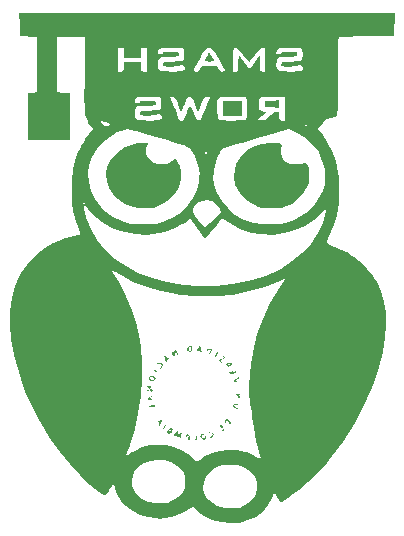
<source format=gbr>
%TF.GenerationSoftware,KiCad,Pcbnew,(6.0.7)*%
%TF.CreationDate,2022-10-20T09:09:35-05:00*%
%TF.ProjectId,ESP32,45535033-322e-46b6-9963-61645f706362,rev?*%
%TF.SameCoordinates,Original*%
%TF.FileFunction,Legend,Bot*%
%TF.FilePolarity,Positive*%
%FSLAX46Y46*%
G04 Gerber Fmt 4.6, Leading zero omitted, Abs format (unit mm)*
G04 Created by KiCad (PCBNEW (6.0.7)) date 2022-10-20 09:09:35*
%MOMM*%
%LPD*%
G01*
G04 APERTURE LIST*
G04 APERTURE END LIST*
%TO.C,G\u002A\u002A\u002A*%
G36*
X121026814Y-117626397D02*
G01*
X120985837Y-117737292D01*
X120834445Y-117762666D01*
X120745645Y-117747960D01*
X120597453Y-117639365D01*
X120535259Y-117476895D01*
X120562388Y-117404829D01*
X120667532Y-117404829D01*
X120668120Y-117559277D01*
X120671627Y-117567920D01*
X120776252Y-117670269D01*
X120894363Y-117646009D01*
X120950502Y-117508666D01*
X120929117Y-117409942D01*
X120837236Y-117339333D01*
X120807746Y-117340328D01*
X120667532Y-117404829D01*
X120562388Y-117404829D01*
X120593241Y-117322870D01*
X120621522Y-117298352D01*
X120787666Y-117256153D01*
X120939163Y-117342667D01*
X121010455Y-117508666D01*
X121019857Y-117530557D01*
X121026814Y-117626397D01*
G37*
G36*
X116486529Y-114107820D02*
G01*
X116354107Y-114167213D01*
X116341226Y-114171296D01*
X116228795Y-114216147D01*
X116248483Y-114262595D01*
X116411417Y-114345200D01*
X116556882Y-114416698D01*
X116574311Y-114440988D01*
X116448161Y-114420412D01*
X116291772Y-114393814D01*
X116129599Y-114377156D01*
X116090846Y-114371805D01*
X116023412Y-114304923D01*
X116023444Y-114303665D01*
X116093129Y-114223793D01*
X116246457Y-114133976D01*
X116409421Y-114070278D01*
X116508016Y-114068766D01*
X116486529Y-114107820D01*
G37*
G36*
X117357832Y-116175166D02*
G01*
X117334402Y-116214741D01*
X117217014Y-116257735D01*
X117178343Y-116256244D01*
X117168934Y-116321235D01*
X117182324Y-116350205D01*
X117170235Y-116492666D01*
X117155225Y-116514991D01*
X117077545Y-116575232D01*
X117052870Y-116513833D01*
X117059537Y-116456824D01*
X117025218Y-116304859D01*
X116894148Y-116289505D01*
X116881343Y-116293151D01*
X116853734Y-116280808D01*
X116957860Y-116205181D01*
X117008513Y-116175551D01*
X117213634Y-116087939D01*
X117340922Y-116086996D01*
X117357832Y-116175166D01*
G37*
G36*
X116164995Y-113557555D02*
G01*
X116178285Y-113583021D01*
X116108362Y-113614000D01*
X116063389Y-113607889D01*
X116051728Y-113557555D01*
X116064179Y-113547422D01*
X116164995Y-113557555D01*
G37*
G36*
X121549281Y-117086728D02*
G01*
X121643170Y-117170802D01*
X121673150Y-117327679D01*
X121621165Y-117477064D01*
X121560304Y-117534500D01*
X121428562Y-117590758D01*
X121401567Y-117570266D01*
X121482000Y-117501571D01*
X121582260Y-117399486D01*
X121542724Y-117250146D01*
X121503462Y-117146019D01*
X121533073Y-117085333D01*
X121549281Y-117086728D01*
G37*
G36*
X118559485Y-110360972D02*
G01*
X118611823Y-110483632D01*
X118650930Y-110615680D01*
X118622191Y-110620021D01*
X118529432Y-110481333D01*
X118408028Y-110269666D01*
X118405017Y-110502500D01*
X118402086Y-110566925D01*
X118357704Y-110712894D01*
X118272620Y-110698934D01*
X118162615Y-110523666D01*
X118117119Y-110376734D01*
X118142750Y-110312000D01*
X118189398Y-110334624D01*
X118258499Y-110460166D01*
X118265732Y-110486612D01*
X118293089Y-110535962D01*
X118307203Y-110422830D01*
X118309354Y-110392505D01*
X118360249Y-110223229D01*
X118452029Y-110210658D01*
X118559485Y-110360972D01*
G37*
G36*
X117664437Y-116492823D02*
G01*
X117664267Y-116555082D01*
X117577712Y-116696041D01*
X117575615Y-116698829D01*
X117461139Y-116832897D01*
X117397961Y-116873619D01*
X117402576Y-116813882D01*
X117475386Y-116681904D01*
X117577911Y-116551595D01*
X117661859Y-116492666D01*
X117664437Y-116492823D01*
G37*
G36*
X123515202Y-111905199D02*
G01*
X123539664Y-111931375D01*
X123570534Y-112028903D01*
X123461523Y-112138033D01*
X123324246Y-112221878D01*
X123146937Y-112243009D01*
X123035829Y-112111166D01*
X123030204Y-112096238D01*
X123012918Y-112012943D01*
X123086205Y-112068833D01*
X123199136Y-112156291D01*
X123281311Y-112153151D01*
X123268051Y-112026500D01*
X123245255Y-111960606D01*
X123258494Y-111924439D01*
X123371572Y-112005333D01*
X123447712Y-112063839D01*
X123501223Y-112077976D01*
X123467395Y-111963000D01*
X123452135Y-111920914D01*
X123440271Y-111845384D01*
X123515202Y-111905199D01*
G37*
G36*
X122866962Y-116033311D02*
G01*
X123008165Y-116138611D01*
X123112138Y-116279551D01*
X123122019Y-116399459D01*
X123098516Y-116432071D01*
X123012601Y-116492666D01*
X123001742Y-116490994D01*
X123016878Y-116436956D01*
X123022762Y-116429754D01*
X123012282Y-116326354D01*
X122922734Y-116209538D01*
X122808997Y-116154000D01*
X122797259Y-116154876D01*
X122737961Y-116224514D01*
X122755546Y-116346343D01*
X122840636Y-116436593D01*
X122878662Y-116464298D01*
X122798161Y-116485982D01*
X122710689Y-116448282D01*
X122650530Y-116312101D01*
X122658391Y-116145371D01*
X122743017Y-116021721D01*
X122745391Y-116020325D01*
X122866962Y-116033311D01*
G37*
G36*
X122030564Y-110344253D02*
G01*
X122022186Y-110441133D01*
X121936974Y-110605691D01*
X121853281Y-110724492D01*
X121765216Y-110812488D01*
X121759329Y-110755118D01*
X121846558Y-110558131D01*
X121865760Y-110522455D01*
X121964889Y-110377712D01*
X122030146Y-110343822D01*
X122030564Y-110344253D01*
G37*
G36*
X123644158Y-114726571D02*
G01*
X123838796Y-114805766D01*
X123878710Y-114837704D01*
X123859157Y-114864370D01*
X123690134Y-114840076D01*
X123548668Y-114824851D01*
X123422537Y-114862447D01*
X123445076Y-114949915D01*
X123626422Y-115053333D01*
X123769173Y-115120522D01*
X123838796Y-115183943D01*
X123802005Y-115203163D01*
X123669203Y-115181357D01*
X123505476Y-115123210D01*
X123381530Y-115049508D01*
X123373900Y-115041889D01*
X123340152Y-114908605D01*
X123415242Y-114775594D01*
X123560043Y-114715963D01*
X123644158Y-114726571D01*
G37*
G36*
X124093646Y-90330666D02*
G01*
X122479599Y-90330666D01*
X122479599Y-89060666D01*
X124093646Y-89060666D01*
X124093646Y-90330666D01*
G37*
G36*
X117239075Y-111276798D02*
G01*
X117352304Y-111371411D01*
X117362340Y-111459221D01*
X117296761Y-111625411D01*
X117231890Y-111694812D01*
X117149431Y-111751333D01*
X117143718Y-111729009D01*
X117209621Y-111628042D01*
X117225430Y-111607770D01*
X117270149Y-111457297D01*
X117179671Y-111365439D01*
X116983949Y-111366866D01*
X116847229Y-111384019D01*
X116828331Y-111331393D01*
X116881831Y-111283056D01*
X117053087Y-111245119D01*
X117239075Y-111276798D01*
G37*
G36*
X122546820Y-110701588D02*
G01*
X122607488Y-110794854D01*
X122555976Y-110906384D01*
X122410928Y-110974702D01*
X122343000Y-110986166D01*
X122265332Y-111034439D01*
X122325978Y-111144036D01*
X122369336Y-111200303D01*
X122388954Y-111242531D01*
X122288462Y-111169466D01*
X122158821Y-111032338D01*
X122177031Y-110938112D01*
X122352174Y-110904666D01*
X122508708Y-110874762D01*
X122565043Y-110796186D01*
X122477475Y-110706405D01*
X122449347Y-110688765D01*
X122498713Y-110685238D01*
X122546820Y-110701588D01*
G37*
G36*
X123838796Y-112501740D02*
G01*
X123823818Y-112544115D01*
X123711372Y-112628617D01*
X123600435Y-112706469D01*
X123615355Y-112805761D01*
X123775084Y-112876914D01*
X123839114Y-112889729D01*
X123898248Y-112910512D01*
X123796322Y-112919185D01*
X123693384Y-112914173D01*
X123473952Y-112864776D01*
X123473271Y-112864508D01*
X123391107Y-112813440D01*
X123421710Y-112741849D01*
X123580140Y-112614192D01*
X123633996Y-112576223D01*
X123780137Y-112495551D01*
X123838796Y-112501740D01*
G37*
G36*
X116547657Y-112828847D02*
G01*
X116370004Y-112825652D01*
X116237262Y-112724259D01*
X116212185Y-112575861D01*
X116294245Y-112575861D01*
X116357940Y-112687708D01*
X116503017Y-112756724D01*
X116642704Y-112714550D01*
X116655151Y-112697407D01*
X116637466Y-112588192D01*
X116530985Y-112478569D01*
X116389056Y-112428666D01*
X116325038Y-112451260D01*
X116294245Y-112575861D01*
X116212185Y-112575861D01*
X116207058Y-112545521D01*
X116225207Y-112491884D01*
X116354108Y-112381624D01*
X116536248Y-112369469D01*
X116699608Y-112466914D01*
X116765432Y-112590661D01*
X116715831Y-112697407D01*
X116703010Y-112725000D01*
X116547657Y-112828847D01*
G37*
G36*
X115645212Y-92616678D02*
G01*
X115951491Y-92628249D01*
X116109706Y-92670565D01*
X116140093Y-92756924D01*
X116062888Y-92900627D01*
X116050321Y-92920155D01*
X115970920Y-93137541D01*
X115938462Y-93400784D01*
X115941572Y-93465069D01*
X116047261Y-93798106D01*
X116274017Y-94101835D01*
X116582030Y-94334083D01*
X116931487Y-94452678D01*
X117273791Y-94472700D01*
X117751311Y-94392936D01*
X118135683Y-94179631D01*
X118179662Y-94143384D01*
X118342691Y-94020817D01*
X118433781Y-93971333D01*
X118460959Y-93991606D01*
X118553692Y-94121270D01*
X118674504Y-94331166D01*
X118791680Y-94641906D01*
X118870187Y-95113427D01*
X118876169Y-95624081D01*
X118809727Y-96111004D01*
X118670963Y-96511333D01*
X118495706Y-96806422D01*
X118032446Y-97346011D01*
X117446703Y-97775118D01*
X116750105Y-98084224D01*
X116513882Y-98135855D01*
X116115130Y-98172519D01*
X115641138Y-98176767D01*
X115640872Y-98176760D01*
X115226753Y-98156561D01*
X114913885Y-98112659D01*
X114633908Y-98030523D01*
X114318458Y-97895621D01*
X114153216Y-97813341D01*
X113577833Y-97427799D01*
X113131478Y-96962911D01*
X112816391Y-96439222D01*
X112634811Y-95877273D01*
X112588978Y-95297607D01*
X112681132Y-94720768D01*
X112913512Y-94167299D01*
X113288358Y-93657741D01*
X113807910Y-93212638D01*
X114206974Y-92990360D01*
X114695839Y-92798195D01*
X115194079Y-92665909D01*
X115630844Y-92616666D01*
X115645212Y-92616678D01*
G37*
G36*
X116405686Y-113355890D02*
G01*
X116346082Y-113359869D01*
X116286173Y-113383424D01*
X116384449Y-113451448D01*
X116468382Y-113514317D01*
X116533111Y-113618207D01*
X116516935Y-113656622D01*
X116400673Y-113698666D01*
X116339773Y-113687453D01*
X116317144Y-113619793D01*
X116300226Y-113531253D01*
X116178620Y-113410073D01*
X116093569Y-113341354D01*
X116081083Y-113317666D01*
X116193311Y-113317666D01*
X116235786Y-113360000D01*
X116278261Y-113317666D01*
X116235786Y-113275333D01*
X116193311Y-113317666D01*
X116081083Y-113317666D01*
X116042344Y-113244171D01*
X116129382Y-113211286D01*
X116336664Y-113259829D01*
X116429587Y-113295706D01*
X116461856Y-113317666D01*
X116492662Y-113338630D01*
X116405686Y-113355890D01*
G37*
G36*
X118625065Y-117027562D02*
G01*
X118656857Y-117180366D01*
X118657634Y-117224057D01*
X118687154Y-117309615D01*
X118786334Y-117252968D01*
X118803730Y-117238865D01*
X118919518Y-117177024D01*
X118958698Y-117248681D01*
X118929662Y-117466333D01*
X118918316Y-117518227D01*
X118877904Y-117625636D01*
X118845116Y-117567670D01*
X118795555Y-117466201D01*
X118692234Y-117514537D01*
X118662087Y-117537977D01*
X118589808Y-117550555D01*
X118571907Y-117418184D01*
X118569555Y-117311424D01*
X118540167Y-117276042D01*
X118447184Y-117386651D01*
X118409054Y-117434542D01*
X118332896Y-117497252D01*
X118334476Y-117421184D01*
X118415643Y-117216317D01*
X118438123Y-117169982D01*
X118544666Y-117025217D01*
X118625065Y-117027562D01*
G37*
G36*
X117985593Y-110946802D02*
G01*
X117948159Y-110954554D01*
X117820885Y-110955461D01*
X117741736Y-111094149D01*
X117736611Y-111113423D01*
X117699152Y-111209930D01*
X117654028Y-111176989D01*
X117575421Y-110999983D01*
X117526325Y-110862333D01*
X117637459Y-110862333D01*
X117679934Y-110904666D01*
X117722408Y-110862333D01*
X117679934Y-110820000D01*
X117637459Y-110862333D01*
X117526325Y-110862333D01*
X117511107Y-110819667D01*
X117507671Y-110690951D01*
X117609465Y-110692260D01*
X117825034Y-110817341D01*
X117889105Y-110862333D01*
X117897561Y-110868271D01*
X117985593Y-110946802D01*
G37*
G36*
X116674722Y-111863278D02*
G01*
X116835436Y-111960307D01*
X116923922Y-112043630D01*
X116915385Y-112084614D01*
X116826251Y-112057336D01*
X116665537Y-111960307D01*
X116577051Y-111876983D01*
X116585588Y-111836000D01*
X116674722Y-111863278D01*
G37*
G36*
X121346935Y-117113555D02*
G01*
X121360225Y-117139021D01*
X121290301Y-117170000D01*
X121245329Y-117163889D01*
X121233668Y-117113555D01*
X121246119Y-117103422D01*
X121346935Y-117113555D01*
G37*
G36*
X127052567Y-92625920D02*
G01*
X127282996Y-92664270D01*
X127400710Y-92752025D01*
X127428180Y-92900876D01*
X127387872Y-93122512D01*
X127355553Y-93276162D01*
X127360504Y-93512010D01*
X127461226Y-93770823D01*
X127584088Y-93983106D01*
X127839320Y-94248590D01*
X128174104Y-94393228D01*
X128623298Y-94437000D01*
X128866532Y-94430427D01*
X129150223Y-94405894D01*
X129334124Y-94369431D01*
X129387211Y-94354487D01*
X129530909Y-94380917D01*
X129636359Y-94532813D01*
X129710316Y-94824480D01*
X129759536Y-95270225D01*
X129773919Y-95521230D01*
X129764859Y-95810577D01*
X129708179Y-96061846D01*
X129591868Y-96352586D01*
X129345252Y-96802798D01*
X128885833Y-97350874D01*
X128310950Y-97783699D01*
X127637240Y-98086514D01*
X127440862Y-98132780D01*
X127013725Y-98175641D01*
X126472241Y-98178955D01*
X126082987Y-98160575D01*
X125745743Y-98120072D01*
X125464715Y-98047685D01*
X125179469Y-97931862D01*
X124859130Y-97759093D01*
X124354056Y-97380984D01*
X123925238Y-96928529D01*
X123619198Y-96446027D01*
X123517362Y-96214138D01*
X123445655Y-95969698D01*
X123420204Y-95700383D01*
X123428753Y-95334659D01*
X123458682Y-95005341D01*
X123599765Y-94445009D01*
X123867705Y-93956704D01*
X124283486Y-93495270D01*
X124652948Y-93190766D01*
X125172576Y-92896218D01*
X125758274Y-92716492D01*
X126451312Y-92635215D01*
X126686955Y-92625285D01*
X127052567Y-92625920D01*
G37*
G36*
X123103742Y-111511629D02*
G01*
X123042782Y-111571220D01*
X122920054Y-111652664D01*
X122844764Y-111660618D01*
X122861873Y-111582000D01*
X122848626Y-111524607D01*
X122718225Y-111487511D01*
X122689341Y-111485873D01*
X122598479Y-111469501D01*
X122670736Y-111438970D01*
X122749423Y-111406503D01*
X122769921Y-111381688D01*
X122919375Y-111381688D01*
X122989298Y-111412666D01*
X123034270Y-111406556D01*
X123045931Y-111356222D01*
X123033480Y-111346089D01*
X122932665Y-111356222D01*
X122919375Y-111381688D01*
X122769921Y-111381688D01*
X122819398Y-111321791D01*
X122823012Y-111304818D01*
X122914618Y-111252693D01*
X123065160Y-111249356D01*
X123187700Y-111299962D01*
X123189783Y-111356222D01*
X123190466Y-111374682D01*
X123103742Y-111511629D01*
G37*
G36*
X123761918Y-113877821D02*
G01*
X123814122Y-113880420D01*
X123927985Y-113899775D01*
X123896097Y-113927593D01*
X123813281Y-113953423D01*
X123790359Y-114007920D01*
X123888026Y-114129438D01*
X123903494Y-114146533D01*
X123978339Y-114245675D01*
X123934215Y-114281636D01*
X123745775Y-114281511D01*
X123693571Y-114278912D01*
X123579709Y-114259557D01*
X123611596Y-114231739D01*
X123694412Y-114205910D01*
X123717334Y-114151412D01*
X123619667Y-114029894D01*
X123604199Y-114012800D01*
X123529354Y-113913658D01*
X123573478Y-113877697D01*
X123761918Y-113877821D01*
G37*
G36*
X122353122Y-116524525D02*
G01*
X122478204Y-116660508D01*
X122488396Y-116674117D01*
X122582077Y-116852497D01*
X122546462Y-116980054D01*
X122492643Y-117029239D01*
X122406242Y-117040442D01*
X122399448Y-117001998D01*
X122482059Y-116912692D01*
X122527383Y-116876461D01*
X122517502Y-116822373D01*
X122373412Y-116821307D01*
X122349786Y-116816480D01*
X122330937Y-116725500D01*
X122324168Y-116675913D01*
X122224750Y-116646880D01*
X122213843Y-116649147D01*
X122142723Y-116646089D01*
X122208099Y-116562214D01*
X122259719Y-116519630D01*
X122353122Y-116524525D01*
G37*
G36*
X121514947Y-85340170D02*
G01*
X121579621Y-85455467D01*
X121676801Y-85638108D01*
X121715051Y-85724975D01*
X121685607Y-85737227D01*
X121530671Y-85752641D01*
X121287313Y-85758666D01*
X121076636Y-85754743D01*
X120947481Y-85723919D01*
X120926338Y-85637524D01*
X121008277Y-85466894D01*
X121188367Y-85183361D01*
X121314844Y-84989057D01*
X121514947Y-85340170D01*
G37*
G36*
X132188190Y-89311709D02*
G01*
X132174602Y-89608772D01*
X132121405Y-90368545D01*
X131569231Y-90531267D01*
X131287617Y-90622665D01*
X131079219Y-90706169D01*
X130989673Y-90763540D01*
X130976472Y-90790176D01*
X130888933Y-90934531D01*
X130829335Y-91024869D01*
X130758334Y-91132490D01*
X130755281Y-91137118D01*
X130548273Y-91441144D01*
X130921177Y-91965405D01*
X131293724Y-92531935D01*
X131713452Y-93346515D01*
X132011567Y-94203398D01*
X132209909Y-95156666D01*
X132254208Y-95521233D01*
X132280758Y-95739736D01*
X132321304Y-96800138D01*
X132253209Y-97843550D01*
X132177922Y-98278397D01*
X132080962Y-98838422D01*
X131809050Y-99753203D01*
X131441959Y-100556343D01*
X131343004Y-100754685D01*
X131277705Y-101017422D01*
X131346446Y-101191802D01*
X131551038Y-101290002D01*
X131686867Y-101336135D01*
X131951710Y-101446162D01*
X132292152Y-101599668D01*
X132667332Y-101778762D01*
X132710005Y-101799757D01*
X133098550Y-102000150D01*
X133412255Y-102188376D01*
X133698348Y-102398847D01*
X134004061Y-102665976D01*
X134376623Y-103024176D01*
X134686715Y-103335653D01*
X134975983Y-103650535D01*
X135195086Y-103930735D01*
X135271097Y-104051371D01*
X135376181Y-104218147D01*
X135551427Y-104554666D01*
X135824874Y-105184092D01*
X136105006Y-106096901D01*
X136262679Y-107054129D01*
X136298150Y-108070630D01*
X136211676Y-109161261D01*
X136003515Y-110340877D01*
X135673923Y-111624333D01*
X135236795Y-112959201D01*
X134510402Y-114706620D01*
X133631334Y-116385454D01*
X132604842Y-117985944D01*
X131436178Y-119498333D01*
X131249032Y-119718000D01*
X130705173Y-120329855D01*
X130185068Y-120866689D01*
X129637370Y-121379776D01*
X129058465Y-121879212D01*
X129010736Y-121920389D01*
X128891997Y-122019015D01*
X128418555Y-122397184D01*
X128009313Y-122699427D01*
X127679211Y-122915775D01*
X127443191Y-123036261D01*
X127316193Y-123050917D01*
X127279615Y-123016371D01*
X127171707Y-122854681D01*
X127054845Y-122623580D01*
X127038664Y-122587416D01*
X126907197Y-122328220D01*
X126811954Y-122226734D01*
X126742094Y-122278726D01*
X126686776Y-122479969D01*
X126662425Y-122576422D01*
X126519742Y-122909910D01*
X126296711Y-123283129D01*
X126028111Y-123642200D01*
X125748721Y-123933241D01*
X125618379Y-124036524D01*
X125226430Y-124281362D01*
X124762795Y-124509209D01*
X124294510Y-124689176D01*
X123888613Y-124790371D01*
X123150259Y-124848616D01*
X122318276Y-124785976D01*
X121551203Y-124584541D01*
X120865639Y-124248939D01*
X120278186Y-123783799D01*
X120084275Y-123598207D01*
X119940753Y-123491946D01*
X119834953Y-123473858D01*
X119726012Y-123524773D01*
X119154605Y-123867807D01*
X118597572Y-124143797D01*
X118081152Y-124323849D01*
X117564871Y-124421761D01*
X117008259Y-124451333D01*
X116848282Y-124448029D01*
X116131342Y-124353396D01*
X115449316Y-124139936D01*
X114824415Y-123823444D01*
X114278849Y-123419712D01*
X113834829Y-122944535D01*
X113514563Y-122413705D01*
X113340262Y-121843017D01*
X113323292Y-121751268D01*
X113269760Y-121562946D01*
X113217282Y-121488000D01*
X113171175Y-121521978D01*
X113058356Y-121668036D01*
X112919025Y-121890166D01*
X112796076Y-122102229D01*
X112634954Y-122354459D01*
X112503789Y-122478856D01*
X112366677Y-122486546D01*
X112187714Y-122388651D01*
X111930996Y-122196298D01*
X111219642Y-121607657D01*
X110842154Y-121248453D01*
X114734974Y-121248453D01*
X114786945Y-121715441D01*
X114993913Y-122178156D01*
X115277783Y-122543994D01*
X115625594Y-122818557D01*
X116088843Y-123040305D01*
X116245527Y-123087718D01*
X116625886Y-123149103D01*
X117061391Y-123173724D01*
X117479559Y-123158968D01*
X117807908Y-123102225D01*
X117930802Y-123061227D01*
X118412142Y-122813735D01*
X118866529Y-122424989D01*
X118911534Y-122378361D01*
X119073754Y-122192493D01*
X119165844Y-122022913D01*
X119206767Y-121832990D01*
X120776618Y-121832990D01*
X120861761Y-122282395D01*
X120877568Y-122320150D01*
X121051589Y-122596638D01*
X121316489Y-122897798D01*
X121622944Y-123172952D01*
X121921630Y-123371416D01*
X121951649Y-123385983D01*
X122271077Y-123486044D01*
X122687638Y-123553855D01*
X123138596Y-123584773D01*
X123561217Y-123574153D01*
X123892764Y-123517350D01*
X124184295Y-123396907D01*
X124584173Y-123145519D01*
X124932614Y-122835380D01*
X125171914Y-122511849D01*
X125236662Y-122375831D01*
X125365756Y-121879212D01*
X125334542Y-121391956D01*
X125149964Y-120933705D01*
X124818967Y-120524103D01*
X124348495Y-120182790D01*
X124160987Y-120082236D01*
X123955501Y-119995445D01*
X123741791Y-119947145D01*
X123465995Y-119926305D01*
X123074248Y-119921900D01*
X123049775Y-119921922D01*
X122640933Y-119930013D01*
X122350209Y-119958013D01*
X122128681Y-120013732D01*
X121927425Y-120104981D01*
X121814993Y-120169281D01*
X121375394Y-120510286D01*
X121046853Y-120919517D01*
X120842788Y-121369558D01*
X120838413Y-121400202D01*
X120776618Y-121832990D01*
X119206767Y-121832990D01*
X119212205Y-121807754D01*
X119237239Y-121485153D01*
X119241477Y-121400202D01*
X119232432Y-120964482D01*
X119148666Y-120628611D01*
X118969432Y-120339515D01*
X118673985Y-120044118D01*
X118597257Y-119979597D01*
X118074837Y-119664414D01*
X117472119Y-119496799D01*
X116785929Y-119475797D01*
X116339156Y-119544491D01*
X115813678Y-119734957D01*
X115377352Y-120020445D01*
X115043347Y-120381096D01*
X114824831Y-120797052D01*
X114734974Y-121248453D01*
X110842154Y-121248453D01*
X110340999Y-120771571D01*
X109471137Y-119830670D01*
X108639384Y-118817015D01*
X107875071Y-117762666D01*
X107356145Y-116965219D01*
X106775698Y-115968318D01*
X106268902Y-114955048D01*
X105810711Y-113874422D01*
X105376081Y-112675455D01*
X105161136Y-112010774D01*
X104773323Y-110583437D01*
X104519518Y-109250453D01*
X104399300Y-108005621D01*
X104412245Y-106842738D01*
X104557933Y-105755599D01*
X104835941Y-104738003D01*
X104840116Y-104726085D01*
X105157915Y-103980656D01*
X105471359Y-103468318D01*
X113092990Y-103468318D01*
X113099718Y-103497231D01*
X113172875Y-103642045D01*
X113308665Y-103878444D01*
X113488706Y-104173666D01*
X113642358Y-104426860D01*
X114201873Y-105480564D01*
X114694596Y-106617799D01*
X115096399Y-107778346D01*
X115383156Y-108901987D01*
X115544465Y-109919301D01*
X115640260Y-111239034D01*
X115630330Y-112627978D01*
X115517434Y-114053756D01*
X115304329Y-115483993D01*
X114993775Y-116886310D01*
X114588530Y-118228333D01*
X114554866Y-118324870D01*
X114438932Y-118651068D01*
X114341179Y-118917189D01*
X114279911Y-119073129D01*
X114268385Y-119103497D01*
X114285902Y-119145013D01*
X114401614Y-119089270D01*
X114631042Y-118929936D01*
X115004540Y-118697566D01*
X115632836Y-118427030D01*
X116311076Y-118249674D01*
X116974677Y-118186000D01*
X117600087Y-118234208D01*
X118288608Y-118390266D01*
X118934525Y-118638865D01*
X119497434Y-118964125D01*
X119936930Y-119350166D01*
X120002926Y-119421734D01*
X120155248Y-119564092D01*
X120247071Y-119616614D01*
X120313977Y-119585942D01*
X120488357Y-119479954D01*
X120717941Y-119325972D01*
X120956106Y-119170674D01*
X121537375Y-118884725D01*
X122170632Y-118709495D01*
X122904889Y-118629373D01*
X123063201Y-118622565D01*
X123438757Y-118617911D01*
X123738042Y-118642788D01*
X124030117Y-118705910D01*
X124384047Y-118815991D01*
X124456524Y-118840730D01*
X124800594Y-118970460D01*
X125097117Y-119100484D01*
X125288594Y-119206010D01*
X125408855Y-119286378D01*
X125587220Y-119367397D01*
X125656182Y-119321372D01*
X125618240Y-119147861D01*
X125613270Y-119134676D01*
X125511529Y-118813067D01*
X125396016Y-118369380D01*
X125276148Y-117846856D01*
X125161345Y-117288735D01*
X125061023Y-116738259D01*
X124984601Y-116238666D01*
X124941143Y-115917956D01*
X124877348Y-115461557D01*
X124817891Y-115050963D01*
X124771500Y-114747238D01*
X124750950Y-114604326D01*
X124700656Y-113927652D01*
X124702945Y-113138561D01*
X124753995Y-112274867D01*
X124849986Y-111374383D01*
X124987097Y-110474924D01*
X125161506Y-109614302D01*
X125369393Y-108830333D01*
X125836347Y-107526685D01*
X126481179Y-106173241D01*
X127285211Y-104845337D01*
X127817824Y-104051371D01*
X127251220Y-104334508D01*
X127070799Y-104421420D01*
X126263627Y-104750432D01*
X125337348Y-105046957D01*
X124331751Y-105299341D01*
X123286623Y-105495928D01*
X122925771Y-105537603D01*
X122395863Y-105572112D01*
X121775595Y-105593393D01*
X121106838Y-105601408D01*
X120431458Y-105596117D01*
X119791326Y-105577484D01*
X119228311Y-105545470D01*
X118784281Y-105500037D01*
X118575629Y-105469303D01*
X117252671Y-105208860D01*
X116003219Y-104849081D01*
X114853868Y-104398735D01*
X113831211Y-103866593D01*
X113635275Y-103750775D01*
X113364037Y-103597050D01*
X113172438Y-103497051D01*
X113092990Y-103468318D01*
X105471359Y-103468318D01*
X105573924Y-103300672D01*
X106121213Y-102631945D01*
X106705912Y-102056231D01*
X107354060Y-101563609D01*
X108103885Y-101135299D01*
X108330949Y-101029095D01*
X108714133Y-100872603D01*
X109125768Y-100724588D01*
X109528871Y-100596548D01*
X109886454Y-100499981D01*
X110161532Y-100446385D01*
X110317119Y-100447258D01*
X110325156Y-100450330D01*
X110377442Y-100465495D01*
X110401213Y-100445303D01*
X110390469Y-100365030D01*
X110339204Y-100199956D01*
X110241416Y-99925357D01*
X110091102Y-99516513D01*
X109910526Y-98968617D01*
X109774557Y-98388901D01*
X109693775Y-97776902D01*
X109691176Y-97719686D01*
X110623288Y-97719686D01*
X110655948Y-97934404D01*
X110716309Y-98229762D01*
X110795030Y-98563625D01*
X110882768Y-98893860D01*
X110970178Y-99178333D01*
X111280364Y-99939157D01*
X111813594Y-100859447D01*
X112486898Y-101693562D01*
X113294648Y-102437721D01*
X114231216Y-103088142D01*
X115290975Y-103641043D01*
X116468296Y-104092643D01*
X117757551Y-104439160D01*
X119153112Y-104676812D01*
X120438706Y-104780302D01*
X121846826Y-104766472D01*
X123237099Y-104624896D01*
X124581882Y-104359790D01*
X125853534Y-103975374D01*
X127024415Y-103475864D01*
X127370662Y-103293609D01*
X128332471Y-102679463D01*
X129180698Y-101968743D01*
X129902683Y-101174735D01*
X130485769Y-100310725D01*
X130917297Y-99390000D01*
X131017907Y-99100956D01*
X131119030Y-98761969D01*
X131186963Y-98475974D01*
X131213537Y-98278397D01*
X131190585Y-98204666D01*
X131150694Y-98229265D01*
X131021435Y-98348883D01*
X130845115Y-98534437D01*
X130206847Y-99134173D01*
X129427397Y-99657789D01*
X128575219Y-100048567D01*
X127670172Y-100304126D01*
X126732117Y-100422081D01*
X125780913Y-100400050D01*
X124836421Y-100235648D01*
X123918502Y-99926494D01*
X123047015Y-99470204D01*
X122889122Y-99371250D01*
X122622029Y-99206959D01*
X122430888Y-99093599D01*
X122349283Y-99051333D01*
X122347158Y-99052172D01*
X122276177Y-99129218D01*
X122126158Y-99313317D01*
X121917594Y-99578825D01*
X121670979Y-99900101D01*
X121640917Y-99939483D01*
X121393015Y-100250322D01*
X121178633Y-100495810D01*
X121019818Y-100652016D01*
X120938616Y-100695012D01*
X120863668Y-100617900D01*
X120708501Y-100430202D01*
X120498695Y-100162387D01*
X120257696Y-99843768D01*
X119664209Y-99046382D01*
X119402311Y-99266021D01*
X119230914Y-99393036D01*
X118858394Y-99617598D01*
X118414294Y-99843933D01*
X117954989Y-100044111D01*
X117536853Y-100190205D01*
X117023475Y-100314020D01*
X116063961Y-100424856D01*
X115094388Y-100392662D01*
X114145696Y-100221740D01*
X113248825Y-99916391D01*
X112434716Y-99480917D01*
X112211379Y-99325970D01*
X111768244Y-98970721D01*
X111360692Y-98585588D01*
X111026476Y-98207750D01*
X110803349Y-97874386D01*
X110777353Y-97825778D01*
X110681650Y-97673627D01*
X110626551Y-97628648D01*
X110623288Y-97719686D01*
X109691176Y-97719686D01*
X109662494Y-97088376D01*
X109675026Y-96279079D01*
X109718568Y-95534862D01*
X109752099Y-95261772D01*
X111039877Y-95261772D01*
X111080393Y-95991651D01*
X111267956Y-96711201D01*
X111605717Y-97401892D01*
X112096826Y-98045196D01*
X112580669Y-98505334D01*
X113190146Y-98927954D01*
X113910723Y-99274453D01*
X114165243Y-99368414D01*
X114415165Y-99434886D01*
X114700388Y-99478719D01*
X115065775Y-99506767D01*
X115556188Y-99525887D01*
X115949678Y-99533882D01*
X116437109Y-99526705D01*
X116810948Y-99494182D01*
X117104440Y-99434348D01*
X117523674Y-99298139D01*
X118287009Y-98941603D01*
X118950945Y-98484070D01*
X119014749Y-98421818D01*
X119884722Y-98421818D01*
X119895867Y-98539283D01*
X119967678Y-98677300D01*
X120117093Y-98871613D01*
X120361047Y-99157967D01*
X120496612Y-99313798D01*
X120709833Y-99552668D01*
X120867017Y-99720620D01*
X120941312Y-99788478D01*
X120995578Y-99758904D01*
X121151670Y-99633731D01*
X121380244Y-99432367D01*
X121653974Y-99178212D01*
X122314971Y-98550468D01*
X122195859Y-98271734D01*
X122115898Y-98114875D01*
X121849757Y-97802867D01*
X121513281Y-97600706D01*
X121139456Y-97508721D01*
X120761268Y-97527241D01*
X120411705Y-97656595D01*
X120123754Y-97897114D01*
X119930401Y-98249124D01*
X119917305Y-98289160D01*
X119884722Y-98421818D01*
X119014749Y-98421818D01*
X119506951Y-97941592D01*
X119946493Y-97330220D01*
X120261039Y-96666006D01*
X120442056Y-95964999D01*
X120465369Y-95533070D01*
X121657070Y-95533070D01*
X121707499Y-96094076D01*
X121710962Y-96110524D01*
X121957519Y-96872276D01*
X122351110Y-97572069D01*
X122875449Y-98193752D01*
X123307494Y-98550468D01*
X123514253Y-98721178D01*
X124251235Y-99138196D01*
X125070112Y-99428657D01*
X125204302Y-99458853D01*
X125674113Y-99521454D01*
X126224312Y-99549240D01*
X126793217Y-99542303D01*
X127319143Y-99500735D01*
X127740405Y-99424631D01*
X128274713Y-99248105D01*
X129037694Y-98868815D01*
X129712979Y-98374021D01*
X130276838Y-97782230D01*
X130705542Y-97111951D01*
X130894142Y-96693837D01*
X131065564Y-96112943D01*
X131117171Y-95521233D01*
X131058827Y-94855699D01*
X130886716Y-94165952D01*
X130549877Y-93452255D01*
X130071982Y-92813561D01*
X129464966Y-92265482D01*
X128740762Y-91823627D01*
X128082283Y-91499351D01*
X126873751Y-91841608D01*
X126571040Y-91927082D01*
X125995195Y-92088828D01*
X125351410Y-92268863D01*
X124698373Y-92450786D01*
X124094775Y-92618198D01*
X124071283Y-92624702D01*
X123577067Y-92764560D01*
X123137343Y-92894505D01*
X122779503Y-93006013D01*
X122530939Y-93090560D01*
X122419043Y-93139622D01*
X122416794Y-93141554D01*
X122327480Y-93263253D01*
X122197392Y-93490231D01*
X122187092Y-93510663D01*
X122053869Y-93774928D01*
X121862026Y-94268202D01*
X121711502Y-94904878D01*
X121682182Y-95243252D01*
X121657070Y-95533070D01*
X120465369Y-95533070D01*
X120481012Y-95243252D01*
X120369375Y-94516816D01*
X120098612Y-93801742D01*
X120070449Y-93745725D01*
X119927292Y-93474556D01*
X119916593Y-93458336D01*
X120950502Y-93458336D01*
X120953743Y-93482090D01*
X121035452Y-93590333D01*
X121079219Y-93598298D01*
X121120402Y-93510663D01*
X121110005Y-93447582D01*
X121035452Y-93378666D01*
X121015297Y-93380947D01*
X120950502Y-93458336D01*
X119916593Y-93458336D01*
X119791762Y-93269079D01*
X119635391Y-93110491D01*
X119429709Y-92979988D01*
X119146247Y-92858768D01*
X118756536Y-92728028D01*
X118232107Y-92568963D01*
X117949929Y-92484886D01*
X117516514Y-92356391D01*
X117150017Y-92248522D01*
X116882365Y-92170660D01*
X116745485Y-92132186D01*
X116728398Y-92127655D01*
X116557314Y-92079426D01*
X116266776Y-91995441D01*
X115892759Y-91886150D01*
X115471238Y-91762006D01*
X115109042Y-91656558D01*
X114706516Y-91553754D01*
X114391289Y-91508543D01*
X114119526Y-91525155D01*
X113847390Y-91607820D01*
X113531045Y-91760766D01*
X113126654Y-91988224D01*
X112932750Y-92105946D01*
X112285283Y-92609539D01*
X111769112Y-93195447D01*
X111387387Y-93845141D01*
X111143259Y-94540092D01*
X111039877Y-95261772D01*
X109752099Y-95261772D01*
X109805823Y-94824220D01*
X109943782Y-94193820D01*
X110142633Y-93598261D01*
X110412562Y-92992146D01*
X110447495Y-92922612D01*
X110659606Y-92537417D01*
X110891900Y-92162465D01*
X111100041Y-91870115D01*
X111450890Y-91430937D01*
X111231131Y-91170639D01*
X111188885Y-91118758D01*
X111062128Y-90934768D01*
X111011347Y-90812207D01*
X112119677Y-90812207D01*
X112162249Y-90901466D01*
X112285934Y-91050667D01*
X112364285Y-91132867D01*
X112490579Y-91234985D01*
X112608522Y-91232983D01*
X112719043Y-91177333D01*
X129403010Y-91177333D01*
X129420421Y-91202948D01*
X129487960Y-91262000D01*
X129500248Y-91258015D01*
X129572910Y-91177333D01*
X129579714Y-91132490D01*
X129487960Y-91092666D01*
X129423183Y-91105604D01*
X129403010Y-91177333D01*
X112719043Y-91177333D01*
X112793044Y-91140072D01*
X112902517Y-91074699D01*
X112923837Y-91024869D01*
X112823445Y-90974282D01*
X112580669Y-90899525D01*
X112420474Y-90855375D01*
X112216997Y-90810855D01*
X112122464Y-90807119D01*
X112119677Y-90812207D01*
X111011347Y-90812207D01*
X111010848Y-90811003D01*
X111010451Y-90803397D01*
X110964025Y-90657926D01*
X110864043Y-90457666D01*
X110837126Y-90405241D01*
X110804939Y-90313892D01*
X110787141Y-90225563D01*
X115004531Y-90225563D01*
X115031935Y-90485210D01*
X115105954Y-90652400D01*
X115123867Y-90665704D01*
X115306715Y-90714459D01*
X115652778Y-90744040D01*
X116157425Y-90754000D01*
X116346024Y-90753053D01*
X116769530Y-90737913D01*
X117053197Y-90698319D01*
X117218766Y-90626580D01*
X117287977Y-90515005D01*
X117282569Y-90355900D01*
X117281809Y-90352247D01*
X117202769Y-90245880D01*
X117063894Y-90179191D01*
X116931751Y-90170996D01*
X116872910Y-90240111D01*
X116872482Y-90244051D01*
X116779045Y-90290855D01*
X116533250Y-90320384D01*
X116150837Y-90330666D01*
X115803939Y-90328777D01*
X115589343Y-90316527D01*
X115477707Y-90284054D01*
X115435393Y-90221498D01*
X115428763Y-90119000D01*
X115428911Y-90087162D01*
X115440594Y-89999728D01*
X115494052Y-89946539D01*
X115621315Y-89919084D01*
X115854416Y-89908852D01*
X116225385Y-89907333D01*
X116231302Y-89907332D01*
X116626900Y-89901087D01*
X116887327Y-89879139D01*
X117046564Y-89836276D01*
X117138595Y-89767286D01*
X117191209Y-89668038D01*
X117238119Y-89435463D01*
X117240917Y-89169165D01*
X117200914Y-88935228D01*
X117119419Y-88799737D01*
X117050481Y-88778466D01*
X116831155Y-88750407D01*
X116512056Y-88730917D01*
X116135667Y-88723296D01*
X116131279Y-88723290D01*
X115707680Y-88728953D01*
X115421845Y-88750029D01*
X115242283Y-88790675D01*
X115137506Y-88855047D01*
X115118444Y-88875218D01*
X115025050Y-89031842D01*
X115009912Y-89170341D01*
X115082016Y-89230000D01*
X115132548Y-89235705D01*
X115294390Y-89281391D01*
X115378100Y-89292349D01*
X115428763Y-89196725D01*
X115428767Y-89195598D01*
X115455718Y-89126990D01*
X115556712Y-89085888D01*
X115763632Y-89065908D01*
X116108362Y-89060666D01*
X116394771Y-89061951D01*
X116618788Y-89072960D01*
X116735882Y-89104496D01*
X116780718Y-89167355D01*
X116787960Y-89272333D01*
X116787935Y-89288344D01*
X116779096Y-89383207D01*
X116731655Y-89441044D01*
X116612789Y-89471015D01*
X116389672Y-89482280D01*
X116029480Y-89484000D01*
X115776080Y-89486693D01*
X115456266Y-89505910D01*
X115254245Y-89547745D01*
X115137506Y-89617047D01*
X115081067Y-89707938D01*
X115021618Y-89943220D01*
X115004531Y-90225563D01*
X110787141Y-90225563D01*
X110779559Y-90187938D01*
X110760418Y-90010540D01*
X110746949Y-89764859D01*
X110738583Y-89434055D01*
X110734753Y-89001290D01*
X110734822Y-88722000D01*
X117990069Y-88722000D01*
X118333329Y-89589833D01*
X118447693Y-89881206D01*
X118576168Y-90214503D01*
X118671617Y-90469155D01*
X118687548Y-90515005D01*
X118719106Y-90605833D01*
X118780507Y-90694653D01*
X118952842Y-90754000D01*
X119057541Y-90730461D01*
X119152484Y-90637269D01*
X119255402Y-90443689D01*
X119387315Y-90119000D01*
X119421716Y-90030603D01*
X119538127Y-89752088D01*
X119632133Y-89557310D01*
X119685988Y-89484000D01*
X119694387Y-89488387D01*
X119761649Y-89593114D01*
X119866504Y-89808921D01*
X119990138Y-90097833D01*
X120036613Y-90210106D01*
X120178395Y-90508448D01*
X120299327Y-90675762D01*
X120416460Y-90737634D01*
X120474310Y-90737623D01*
X120535741Y-90706134D01*
X120603794Y-90624241D01*
X120687307Y-90473920D01*
X120795114Y-90237144D01*
X120936054Y-89895888D01*
X121118963Y-89432126D01*
X121134450Y-89392082D01*
X121972334Y-89392082D01*
X121983408Y-89797258D01*
X121995903Y-90062875D01*
X122026321Y-90384919D01*
X122072749Y-90579105D01*
X122139800Y-90671210D01*
X122144347Y-90673869D01*
X122299123Y-90711902D01*
X122573437Y-90737620D01*
X122925982Y-90751363D01*
X123315453Y-90753472D01*
X123700542Y-90744289D01*
X124039943Y-90724155D01*
X124142477Y-90711666D01*
X125330396Y-90711666D01*
X125658834Y-90738678D01*
X125818781Y-90743160D01*
X125981931Y-90704489D01*
X126151790Y-90591846D01*
X126381337Y-90378845D01*
X126524075Y-90245898D01*
X126791103Y-90053422D01*
X127006096Y-89992000D01*
X127080611Y-89993839D01*
X127185831Y-90027232D01*
X127228664Y-90138380D01*
X127236790Y-90373000D01*
X127238230Y-90516736D01*
X127260705Y-90679185D01*
X127334928Y-90742955D01*
X127491639Y-90754000D01*
X127746489Y-90754000D01*
X127746489Y-88722000D01*
X126748328Y-88723296D01*
X126372079Y-88729435D01*
X126017520Y-88746966D01*
X125754722Y-88773056D01*
X125622743Y-88804874D01*
X125582448Y-88842598D01*
X125516357Y-89027254D01*
X125495318Y-89357000D01*
X125510642Y-89644463D01*
X125542200Y-89738000D01*
X125582246Y-89856698D01*
X125735375Y-89961605D01*
X125994877Y-89990703D01*
X126054412Y-89991571D01*
X126141345Y-90005643D01*
X126134303Y-90055092D01*
X126019960Y-90162846D01*
X125784991Y-90351833D01*
X125330396Y-90711666D01*
X124142477Y-90711666D01*
X124292350Y-90693411D01*
X124416455Y-90652400D01*
X124421145Y-90647209D01*
X124474004Y-90490375D01*
X124507005Y-90182061D01*
X124518395Y-89738000D01*
X124518330Y-89700545D01*
X124505268Y-89266065D01*
X124470725Y-88968506D01*
X124416455Y-88823600D01*
X124384471Y-88803213D01*
X124181941Y-88758027D01*
X123812727Y-88730990D01*
X123275700Y-88722000D01*
X122821321Y-88724090D01*
X122450775Y-88743340D01*
X122204654Y-88799753D01*
X122168624Y-88827833D01*
X122058907Y-88913341D01*
X121989484Y-89104113D01*
X121972334Y-89392082D01*
X121134450Y-89392082D01*
X121352676Y-88827833D01*
X121321985Y-88750330D01*
X121134833Y-88722000D01*
X121052446Y-88724716D01*
X120943070Y-88755962D01*
X120855217Y-88848996D01*
X120763212Y-89036571D01*
X120641379Y-89351438D01*
X120608446Y-89438039D01*
X120496085Y-89708768D01*
X120405505Y-89890747D01*
X120353832Y-89948421D01*
X120348306Y-89943279D01*
X120285726Y-89831235D01*
X120185351Y-89609309D01*
X120066142Y-89318983D01*
X119966625Y-89077526D01*
X119855091Y-88859614D01*
X119755363Y-88751304D01*
X119645904Y-88722000D01*
X119551439Y-88743013D01*
X119455293Y-88835319D01*
X119350949Y-89029399D01*
X119218014Y-89355437D01*
X119182125Y-89447082D01*
X119065852Y-89716589D01*
X118971135Y-89896610D01*
X118915711Y-89952133D01*
X118910814Y-89947864D01*
X118850474Y-89835989D01*
X118758326Y-89611946D01*
X118652240Y-89318696D01*
X118622205Y-89231450D01*
X118519336Y-88957654D01*
X118434305Y-88804107D01*
X118342484Y-88736870D01*
X118219242Y-88722000D01*
X117990069Y-88722000D01*
X110734822Y-88722000D01*
X110734889Y-88449724D01*
X110738424Y-87762518D01*
X110744791Y-86922833D01*
X110747407Y-86605333D01*
X113559867Y-86605333D01*
X113814716Y-86605333D01*
X113940567Y-86600579D01*
X114029764Y-86557569D01*
X114063998Y-86432602D01*
X114069566Y-86182000D01*
X114069566Y-85758666D01*
X115513713Y-85758666D01*
X115513713Y-86182000D01*
X115516574Y-86391052D01*
X115542467Y-86539217D01*
X115617698Y-86596084D01*
X115768562Y-86605333D01*
X116023412Y-86605333D01*
X116023412Y-86076897D01*
X116958377Y-86076897D01*
X116985781Y-86336543D01*
X117059800Y-86503733D01*
X117077713Y-86517037D01*
X117260561Y-86565792D01*
X117606624Y-86595373D01*
X118111271Y-86605333D01*
X118299871Y-86604387D01*
X118723376Y-86589246D01*
X119007044Y-86549652D01*
X119009777Y-86548468D01*
X119931104Y-86548468D01*
X120001106Y-86588198D01*
X120175647Y-86605333D01*
X120237501Y-86603004D01*
X120409435Y-86538601D01*
X120525753Y-86351333D01*
X120575841Y-86240476D01*
X120644880Y-86158250D01*
X120763089Y-86115695D01*
X120970710Y-86099746D01*
X121307987Y-86097333D01*
X121608461Y-86098850D01*
X121830439Y-86111952D01*
X121956677Y-86149695D01*
X122026905Y-86225136D01*
X122080853Y-86351333D01*
X122105842Y-86412012D01*
X122223384Y-86564657D01*
X122413273Y-86605333D01*
X123329097Y-86605333D01*
X123538036Y-86605333D01*
X123622455Y-86601006D01*
X123693999Y-86564671D01*
X123734916Y-86461960D01*
X123756901Y-86258572D01*
X123771648Y-85920208D01*
X123796322Y-85235083D01*
X124218863Y-85793208D01*
X124285334Y-85879995D01*
X124478692Y-86120478D01*
X124627704Y-86288276D01*
X124704477Y-86351333D01*
X124720416Y-86343846D01*
X124824626Y-86242147D01*
X124992125Y-86046370D01*
X125195146Y-85788373D01*
X125622743Y-85225413D01*
X125622743Y-85915373D01*
X125624203Y-86219015D01*
X125635631Y-86439380D01*
X125667568Y-86554399D01*
X125730551Y-86598305D01*
X125835118Y-86605333D01*
X126047492Y-86605333D01*
X126047492Y-86076897D01*
X126982458Y-86076897D01*
X127009861Y-86336543D01*
X127083880Y-86503733D01*
X127101793Y-86517037D01*
X127284642Y-86565792D01*
X127630705Y-86595373D01*
X128135351Y-86605333D01*
X128323951Y-86604387D01*
X128747456Y-86589246D01*
X129031124Y-86549652D01*
X129196693Y-86477914D01*
X129265903Y-86366338D01*
X129260495Y-86207233D01*
X129259736Y-86203580D01*
X129180696Y-86097213D01*
X129041820Y-86030524D01*
X128909677Y-86022329D01*
X128850837Y-86091444D01*
X128850408Y-86095385D01*
X128756971Y-86142188D01*
X128511177Y-86171718D01*
X128128763Y-86182000D01*
X127781866Y-86180111D01*
X127567270Y-86167860D01*
X127455633Y-86135387D01*
X127413319Y-86072832D01*
X127406689Y-85970333D01*
X127406837Y-85938495D01*
X127418520Y-85851061D01*
X127471978Y-85797872D01*
X127599242Y-85770417D01*
X127832342Y-85760185D01*
X128203311Y-85758666D01*
X128209228Y-85758665D01*
X128604827Y-85752421D01*
X128865253Y-85730472D01*
X129024491Y-85687609D01*
X129116522Y-85618619D01*
X129169135Y-85519372D01*
X129216045Y-85286796D01*
X129218844Y-85020498D01*
X129178840Y-84786561D01*
X129097345Y-84651070D01*
X129028407Y-84629799D01*
X128809081Y-84601741D01*
X128489982Y-84582250D01*
X128113593Y-84574629D01*
X128109206Y-84574623D01*
X127685607Y-84580286D01*
X127399771Y-84601362D01*
X127220209Y-84642008D01*
X127115433Y-84706380D01*
X127096370Y-84726552D01*
X127002976Y-84883175D01*
X126987838Y-85021674D01*
X127059942Y-85081333D01*
X127110474Y-85087039D01*
X127272317Y-85132725D01*
X127356027Y-85143683D01*
X127406689Y-85048058D01*
X127406693Y-85046931D01*
X127433645Y-84978324D01*
X127534639Y-84937221D01*
X127741559Y-84917241D01*
X128086288Y-84912000D01*
X128372697Y-84913284D01*
X128596714Y-84924294D01*
X128713809Y-84955830D01*
X128758645Y-85018688D01*
X128765887Y-85123666D01*
X128765861Y-85139677D01*
X128757022Y-85234540D01*
X128709582Y-85292377D01*
X128590715Y-85322348D01*
X128367598Y-85333613D01*
X128007406Y-85335333D01*
X127754006Y-85338026D01*
X127434193Y-85357243D01*
X127232172Y-85399078D01*
X127115433Y-85468380D01*
X127058994Y-85559271D01*
X126999544Y-85794553D01*
X126982458Y-86076897D01*
X126047492Y-86076897D01*
X126047492Y-85589333D01*
X126046553Y-85164416D01*
X126039981Y-84876367D01*
X126022142Y-84701456D01*
X125987402Y-84611462D01*
X125930128Y-84578161D01*
X125844686Y-84573333D01*
X125791882Y-84579777D01*
X125635479Y-84661200D01*
X125432334Y-84850529D01*
X125161426Y-85166000D01*
X125054993Y-85296616D01*
X124858618Y-85533597D01*
X124718199Y-85697471D01*
X124658812Y-85758666D01*
X124644674Y-85746082D01*
X124550015Y-85633818D01*
X124388484Y-85430253D01*
X124184577Y-85166000D01*
X124062939Y-85010021D01*
X123839629Y-84753960D01*
X123669671Y-84615125D01*
X123530799Y-84573333D01*
X123447089Y-84578033D01*
X123389672Y-84610957D01*
X123354766Y-84700328D01*
X123336771Y-84874366D01*
X123330082Y-85161294D01*
X123329097Y-85589333D01*
X123329097Y-86605333D01*
X122413273Y-86605333D01*
X122575980Y-86592594D01*
X122649499Y-86559293D01*
X122647620Y-86552295D01*
X122591311Y-86438797D01*
X122468390Y-86213744D01*
X122294707Y-85905716D01*
X122086109Y-85543293D01*
X121940759Y-85294740D01*
X121745392Y-84973212D01*
X121601336Y-84763490D01*
X121489461Y-84642391D01*
X121390639Y-84586734D01*
X121285738Y-84573333D01*
X121226239Y-84576844D01*
X121126505Y-84610762D01*
X121022327Y-84699999D01*
X120894384Y-84867839D01*
X120723359Y-85137567D01*
X120489930Y-85532468D01*
X120449598Y-85601840D01*
X120246780Y-85955497D01*
X120082081Y-86250566D01*
X120020353Y-86366338D01*
X119971518Y-86457929D01*
X119931104Y-86548468D01*
X119009777Y-86548468D01*
X119172612Y-86477914D01*
X119241823Y-86366338D01*
X119236415Y-86207233D01*
X119235655Y-86203580D01*
X119156616Y-86097213D01*
X119017740Y-86030524D01*
X118885597Y-86022329D01*
X118826756Y-86091444D01*
X118826328Y-86095385D01*
X118732891Y-86142188D01*
X118487096Y-86171718D01*
X118104683Y-86182000D01*
X117757786Y-86180111D01*
X117543190Y-86167860D01*
X117431553Y-86135387D01*
X117389239Y-86072832D01*
X117382609Y-85970333D01*
X117382757Y-85938495D01*
X117394440Y-85851061D01*
X117447898Y-85797872D01*
X117575161Y-85770417D01*
X117808262Y-85760185D01*
X118179231Y-85758666D01*
X118185148Y-85758665D01*
X118580746Y-85752421D01*
X118841173Y-85730472D01*
X119000411Y-85687609D01*
X119092442Y-85618619D01*
X119145055Y-85519372D01*
X119191965Y-85286796D01*
X119194763Y-85020498D01*
X119154760Y-84786561D01*
X119073265Y-84651070D01*
X119004327Y-84629799D01*
X118785001Y-84601741D01*
X118465902Y-84582250D01*
X118089513Y-84574629D01*
X118085125Y-84574623D01*
X117661527Y-84580286D01*
X117375691Y-84601362D01*
X117196129Y-84642008D01*
X117091353Y-84706380D01*
X117072290Y-84726552D01*
X116978896Y-84883175D01*
X116963758Y-85021674D01*
X117035862Y-85081333D01*
X117086394Y-85087039D01*
X117248237Y-85132725D01*
X117331946Y-85143683D01*
X117382609Y-85048058D01*
X117382613Y-85046931D01*
X117409564Y-84978324D01*
X117510558Y-84937221D01*
X117717478Y-84917241D01*
X118062208Y-84912000D01*
X118348617Y-84913284D01*
X118572634Y-84924294D01*
X118689729Y-84955830D01*
X118734564Y-85018688D01*
X118741806Y-85123666D01*
X118741781Y-85139677D01*
X118732942Y-85234540D01*
X118685502Y-85292377D01*
X118566635Y-85322348D01*
X118343518Y-85333613D01*
X117983326Y-85335333D01*
X117729926Y-85338026D01*
X117410112Y-85357243D01*
X117208092Y-85399078D01*
X117091353Y-85468380D01*
X117034914Y-85559271D01*
X116975464Y-85794553D01*
X116958377Y-86076897D01*
X116023412Y-86076897D01*
X116023412Y-84573333D01*
X115768562Y-84573333D01*
X115642711Y-84578086D01*
X115553515Y-84621097D01*
X115519281Y-84746063D01*
X115513713Y-84996666D01*
X115513713Y-85420000D01*
X114069566Y-85420000D01*
X114069566Y-84996666D01*
X114066704Y-84787614D01*
X114040812Y-84639449D01*
X113965581Y-84582582D01*
X113814716Y-84573333D01*
X113559867Y-84573333D01*
X113559867Y-86605333D01*
X110747407Y-86605333D01*
X110771821Y-83641999D01*
X109574874Y-83641999D01*
X108377927Y-83642000D01*
X108377927Y-88375596D01*
X108951338Y-88400631D01*
X109524750Y-88425666D01*
X109524750Y-92405000D01*
X105956857Y-92405000D01*
X105956857Y-88425666D01*
X106317893Y-88399631D01*
X106678930Y-88373597D01*
X106678930Y-83648848D01*
X105277258Y-83599666D01*
X105253325Y-82604833D01*
X105229391Y-81610000D01*
X137011412Y-81610000D01*
X136963546Y-83599666D01*
X134615634Y-83622156D01*
X132267723Y-83644645D01*
X132219777Y-84003156D01*
X132209179Y-84152957D01*
X132200071Y-84459784D01*
X132194374Y-84885390D01*
X132192294Y-85402820D01*
X132194039Y-85985119D01*
X132197589Y-86366338D01*
X132199814Y-86605333D01*
X132204501Y-87093175D01*
X132206686Y-87736077D01*
X132204511Y-88342224D01*
X132200079Y-88722000D01*
X132198253Y-88878481D01*
X132188190Y-89311709D01*
G37*
G36*
X120247503Y-117401965D02*
G01*
X120258175Y-117572166D01*
X120257911Y-117713638D01*
X120211010Y-117819209D01*
X120079766Y-117837511D01*
X120065543Y-117836729D01*
X119966231Y-117820316D01*
X120032154Y-117789956D01*
X120136901Y-117706305D01*
X120210563Y-117524611D01*
X120233629Y-117393076D01*
X120247503Y-117401965D01*
G37*
G36*
X119789521Y-110340222D02*
G01*
X119788954Y-110340786D01*
X119668741Y-110391363D01*
X119523345Y-110295066D01*
X119449562Y-110192723D01*
X119441515Y-110100333D01*
X119548830Y-110100333D01*
X119564950Y-110187653D01*
X119655017Y-110290833D01*
X119728695Y-110265176D01*
X119761204Y-110100333D01*
X119737626Y-109951510D01*
X119655017Y-109909833D01*
X119598945Y-109952025D01*
X119548830Y-110100333D01*
X119441515Y-110100333D01*
X119433479Y-110008078D01*
X119547481Y-109862847D01*
X119768152Y-109804000D01*
X119769542Y-109804036D01*
X119821766Y-109877824D01*
X119844505Y-110041992D01*
X119841332Y-110100333D01*
X119834757Y-110221229D01*
X119789521Y-110340222D01*
G37*
G36*
X119641221Y-117731536D02*
G01*
X119568451Y-117829441D01*
X119447706Y-117837322D01*
X119340346Y-117735818D01*
X119329577Y-117692623D01*
X119351552Y-117692623D01*
X119401338Y-117762666D01*
X119541622Y-117691256D01*
X119591305Y-117487500D01*
X119576841Y-117403825D01*
X119503856Y-117358444D01*
X119412415Y-117423027D01*
X119351784Y-117578798D01*
X119351552Y-117692623D01*
X119329577Y-117692623D01*
X119293980Y-117549840D01*
X119295551Y-117488053D01*
X119338850Y-117337660D01*
X119462717Y-117297000D01*
X119595362Y-117348950D01*
X119660192Y-117487500D01*
X119671036Y-117510676D01*
X119641221Y-117731536D01*
G37*
G36*
X116666407Y-114825590D02*
G01*
X116696304Y-114937625D01*
X116683829Y-115012229D01*
X116648168Y-114994073D01*
X116578823Y-114936657D01*
X116400025Y-114970811D01*
X116260266Y-115006785D01*
X116193311Y-114966571D01*
X116194790Y-114948876D01*
X116257024Y-114882843D01*
X116335546Y-114871524D01*
X116511873Y-114830635D01*
X116534755Y-114824820D01*
X116666407Y-114825590D01*
G37*
G36*
X127236790Y-89660751D02*
G01*
X126620903Y-89635875D01*
X126005017Y-89611000D01*
X126005017Y-89103000D01*
X126620903Y-89078124D01*
X127236790Y-89053248D01*
X127236790Y-89660751D01*
G37*
G36*
X123902509Y-113386303D02*
G01*
X123926612Y-113394219D01*
X123908397Y-113416196D01*
X123753847Y-113425023D01*
X123696210Y-113424204D01*
X123578746Y-113410844D01*
X123605184Y-113386303D01*
X123687057Y-113373136D01*
X123902509Y-113386303D01*
G37*
G36*
X120649924Y-110264834D02*
G01*
X120645923Y-110353336D01*
X120565266Y-110309549D01*
X120491705Y-110267350D01*
X120359575Y-110267374D01*
X120287226Y-110284705D01*
X120293260Y-110186860D01*
X120375798Y-110013964D01*
X120458953Y-110013964D01*
X120469120Y-110114444D01*
X120494671Y-110127690D01*
X120525753Y-110058000D01*
X120519622Y-110013177D01*
X120469120Y-110001555D01*
X120458953Y-110013964D01*
X120375798Y-110013964D01*
X120395195Y-109973333D01*
X120464422Y-109864230D01*
X120523295Y-109842548D01*
X120575421Y-109952244D01*
X120601382Y-110058000D01*
X120638941Y-110211005D01*
X120649924Y-110264834D01*
G37*
G36*
X118048340Y-117201826D02*
G01*
X117893636Y-117252466D01*
X117767019Y-117173443D01*
X117762769Y-117121619D01*
X117807358Y-117121619D01*
X117837087Y-117172660D01*
X117930275Y-117132453D01*
X118042493Y-117000666D01*
X118099380Y-116891072D01*
X118099335Y-116831333D01*
X118089007Y-116832879D01*
X117982740Y-116903260D01*
X117863755Y-117024463D01*
X117807358Y-117121619D01*
X117762769Y-117121619D01*
X117759635Y-117083410D01*
X117824915Y-116919443D01*
X117856470Y-116874136D01*
X118007137Y-116758195D01*
X118136828Y-116770131D01*
X118199246Y-116886431D01*
X118198042Y-116891072D01*
X118148097Y-117083583D01*
X118048340Y-117201826D01*
G37*
G36*
X121385099Y-110482357D02*
G01*
X121249291Y-110554599D01*
X121129479Y-110495413D01*
X121078251Y-110312000D01*
X121120402Y-110312000D01*
X121135761Y-110410393D01*
X121202363Y-110481333D01*
X121271341Y-110445963D01*
X121375251Y-110312000D01*
X121400029Y-110263172D01*
X121412335Y-110165116D01*
X121293290Y-110142666D01*
X121180000Y-110170948D01*
X121120402Y-110312000D01*
X121078251Y-110312000D01*
X121077927Y-110310840D01*
X121079417Y-110265023D01*
X121136434Y-110127588D01*
X121311539Y-110073542D01*
X121393543Y-110064778D01*
X121513934Y-110072439D01*
X121528842Y-110155466D01*
X121525510Y-110165116D01*
X121459954Y-110354982D01*
X121385099Y-110482357D01*
G37*
%TD*%
M02*

</source>
